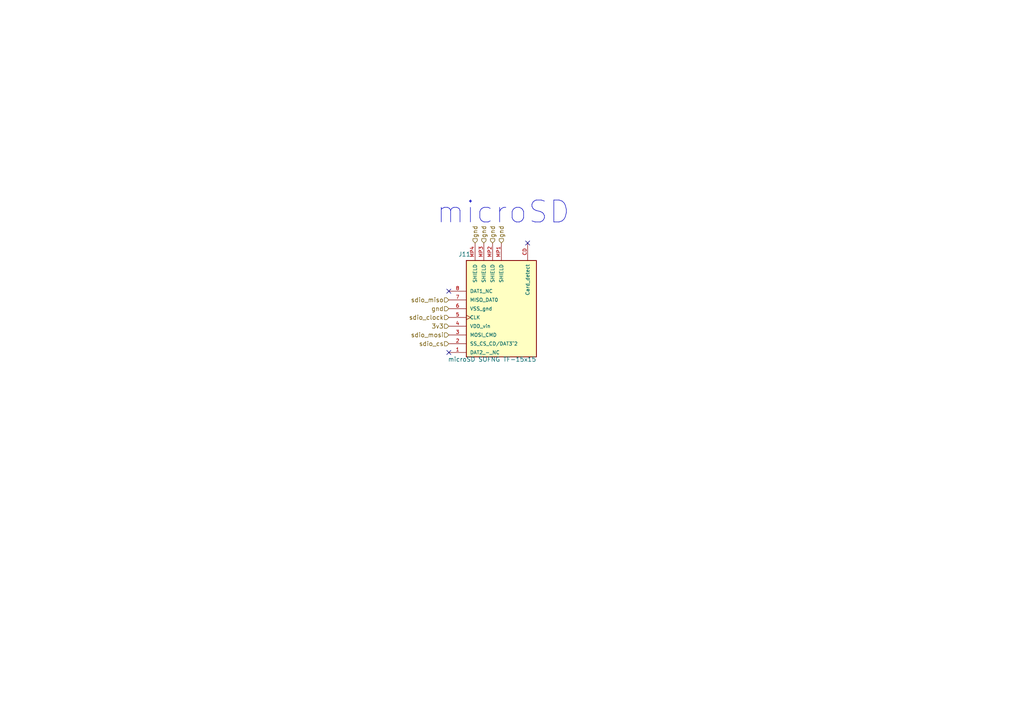
<source format=kicad_sch>
(kicad_sch (version 20211123) (generator eeschema)
  (paper "A4")
  (lib_symbols
    (symbol "clarinoid2:microSD SOFNG TF-15x15" (pin_names (offset 1.016))
      (property "Reference" "J" (at 11.43 -15.24 0))
      (property "Value" "microSD SOFNG TF-15x15" (at -7.62 15.24 0))
      (symbol "microSD SOFNG TF-15x15_0_0"
        (rectangle (start -7.62 15.24) (end 12.7 -12.7) (stroke (width 0.254)) (fill (type background)))
        (pin passive line (at 17.78 13.97 180) (length 5.08) (name "DAT2_-_NC") (number "1"))
        (pin passive line (at 17.78 11.43 180) (length 5.08) (name "SS_CS_CD/DAT3^2") (number "2"))
        (pin passive line (at 17.78 8.89 180) (length 5.08) (name "MOSI_CMD") (number "3"))
        (pin power_in line (at 17.78 6.35 180) (length 5.08) (name "VDD_vin") (number "4"))
        (pin passive clock (at 17.78 3.81 180) (length 5.08) (name "CLK") (number "5"))
        (pin power_in line (at 17.78 1.27 180) (length 5.08) (name "VSS_gnd") (number "6"))
        (pin passive line (at 17.78 -1.27 180) (length 5.08) (name "MISO_DAT0") (number "7"))
        (pin passive line (at 17.78 -3.81 180) (length 5.08) (name "DAT1_NC") (number "8"))
        (pin passive line (at -5.08 -17.78 90) (length 5.08) (name "Card_detect") (number "CD"))
        (pin passive line (at 2.54 -17.78 90) (length 5.08) (name "SHIELD") (number "MP1"))
        (pin passive line (at 5.08 -17.78 90) (length 5.08) (name "SHIELD") (number "MP2"))
        (pin passive line (at 7.62 -17.78 90) (length 5.08) (name "SHIELD") (number "MP3"))
        (pin passive line (at 10.16 -17.78 90) (length 5.08) (name "SHIELD") (number "MP4"))
      )
    )
  )
  (no_connect (at 130.175 84.455))
  (no_connect (at 130.175 102.235))
  (no_connect (at 153.035 70.485))
  (text "microSD" (at 126.365 65.405 0) (effects (font (size 6.35 6.35)) (justify left bottom)))
  (hierarchical_label "gnd" (shape input) (at 145.415 70.485 90))
  (hierarchical_label "sdio_miso" (shape input) (at 130.175 86.995 180))
  (hierarchical_label "sdio_clock" (shape input) (at 130.175 92.075 180))
  (hierarchical_label "gnd" (shape input) (at 142.875 70.485 90))
  (hierarchical_label "sdio_mosi" (shape input) (at 130.175 97.155 180))
  (hierarchical_label "3v3" (shape input) (at 130.175 94.615 180))
  (hierarchical_label "gnd" (shape input) (at 140.335 70.485 90))
  (hierarchical_label "gnd" (shape input) (at 130.175 89.535 180))
  (hierarchical_label "gnd" (shape input) (at 137.795 70.485 90))
  (hierarchical_label "sdio_cs" (shape input) (at 130.175 99.695 180))
  (symbol (lib_id "clarinoid2:microSD SOFNG TF-15x15") (at 147.955 88.265 180) (unit 1)
    (property "Reference" "J11" (at 136.525 73.025 0) (effects (justify left bottom)))
    (property "Value" "microSD SOFNG TF-15x15" (at 155.575 103.505 0) (effects (justify left bottom)))
    (property "Footprint" "clarinoid2:SOFNG TF-15x15 (LCSC C111196)" (effects hide))
    (property "LCSC" "C111196" (effects hide))
    (property "LCSC part number" "C111196" (effects hide))
    (property "verif" "1" (effects hide))
  )
)
</source>
